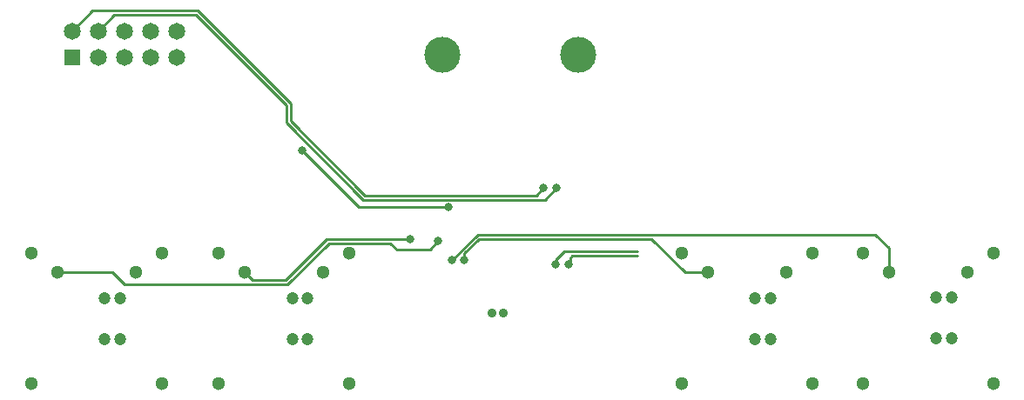
<source format=gbl>
G04*
G04 #@! TF.GenerationSoftware,Altium Limited,Altium Designer,21.2.1 (34)*
G04*
G04 Layer_Physical_Order=2*
G04 Layer_Color=16711680*
%FSLAX25Y25*%
%MOIN*%
G70*
G04*
G04 #@! TF.SameCoordinates,376BEF27-1B36-4492-BBE4-843C7A460007*
G04*
G04*
G04 #@! TF.FilePolarity,Positive*
G04*
G01*
G75*
%ADD13C,0.01000*%
%ADD38C,0.13780*%
%ADD43C,0.05118*%
%ADD44C,0.04724*%
%ADD45C,0.03583*%
%ADD46C,0.06496*%
%ADD47R,0.06496X0.06496*%
%ADD48C,0.03150*%
D13*
X220669Y75295D02*
X245472D01*
X217520Y76968D02*
X245472D01*
X214340Y73789D02*
X217520Y76968D01*
X219752Y74378D02*
X220669Y75295D01*
X219340Y71862D02*
X219752Y72273D01*
Y74378D01*
X214340Y71862D02*
Y73789D01*
X250984Y81791D02*
X263878Y68898D01*
X184941Y81791D02*
X250984D01*
X263878Y68898D02*
X272402D01*
X179331Y73524D02*
Y76181D01*
X184941Y81791D01*
X174409Y73524D02*
Y73524D01*
X184350Y83465D01*
X336554D01*
X341828Y78190D01*
X29055Y161417D02*
X36831Y169193D01*
X39055Y161417D02*
X45158Y167520D01*
X36831Y169193D02*
X77169D01*
X45158Y167520D02*
X76476D01*
X77169Y169193D02*
X112697Y133666D01*
X76476Y167520D02*
X111024Y132973D01*
Y126181D02*
Y132973D01*
X112697Y126874D02*
Y133666D01*
Y126874D02*
X141146Y98425D01*
X111024Y126181D02*
X140453Y96752D01*
X141146Y98425D02*
X206693D01*
X140453Y96752D02*
X210039D01*
X214469Y101181D01*
X206693Y98425D02*
X209449Y101181D01*
X111614Y64173D02*
X127435Y79994D01*
X151009D02*
X153347Y77658D01*
X127435Y79994D02*
X151009D01*
X110880Y65945D02*
X126530Y81595D01*
X158563D01*
X341828Y69097D02*
Y78190D01*
X169291Y80807D02*
Y80905D01*
X166142Y77658D02*
X169291Y80807D01*
X153347Y77658D02*
X166142D01*
X95236Y68898D02*
X98189Y65945D01*
X110880D01*
X49134Y64173D02*
X111614D01*
X44410Y68898D02*
X49134Y64173D01*
X23409Y68898D02*
X44410D01*
X117028Y115748D02*
X138878Y93898D01*
X173071D01*
D38*
X170984Y152441D02*
D03*
X222716Y152441D02*
D03*
D43*
X13409Y76181D02*
D03*
X63409D02*
D03*
X13409Y26181D02*
D03*
X63409D02*
D03*
X23409Y68898D02*
D03*
X53409D02*
D03*
X331828Y76380D02*
D03*
X381828D02*
D03*
X331828Y26381D02*
D03*
X381828D02*
D03*
X341828Y69097D02*
D03*
X371828D02*
D03*
X302402Y68898D02*
D03*
X272402D02*
D03*
X312402Y26181D02*
D03*
X262402D02*
D03*
X312402Y76181D02*
D03*
X262402D02*
D03*
X125236Y68898D02*
D03*
X95236D02*
D03*
X135236Y26181D02*
D03*
X85236D02*
D03*
X135236Y76181D02*
D03*
X85236D02*
D03*
D44*
X47464Y59055D02*
D03*
Y43307D02*
D03*
X41558D02*
D03*
Y59055D02*
D03*
X365883Y59254D02*
D03*
Y43507D02*
D03*
X359978D02*
D03*
Y59254D02*
D03*
X290551Y59055D02*
D03*
Y43307D02*
D03*
X296457D02*
D03*
Y59055D02*
D03*
X113386D02*
D03*
Y43307D02*
D03*
X119291D02*
D03*
Y59055D02*
D03*
D45*
X189764Y53248D02*
D03*
X194095D02*
D03*
D46*
X69055Y161417D02*
D03*
X59055D02*
D03*
X69055Y151417D02*
D03*
X59055D02*
D03*
X49055Y161417D02*
D03*
Y151417D02*
D03*
X29055Y161417D02*
D03*
X39055Y151417D02*
D03*
Y161417D02*
D03*
D47*
X29055Y151417D02*
D03*
D48*
X219340Y71862D02*
D03*
X214340D02*
D03*
X214469Y101181D02*
D03*
X209449D02*
D03*
X179331Y73524D02*
D03*
X174409D02*
D03*
X169291Y80905D02*
D03*
X158563Y81595D02*
D03*
X117028Y115748D02*
D03*
X173071Y93898D02*
D03*
M02*

</source>
